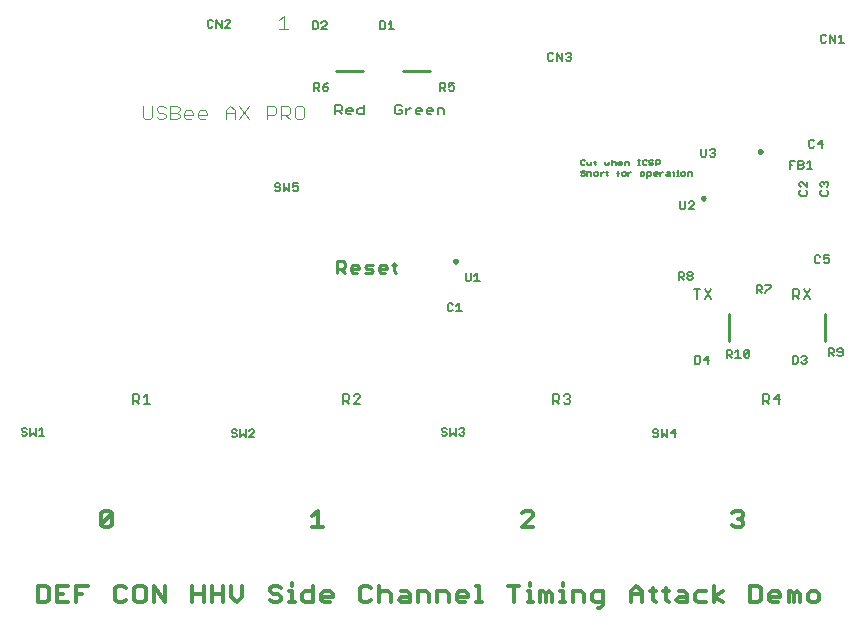
<source format=gto>
G75*
%MOIN*%
%OFA0B0*%
%FSLAX24Y24*%
%IPPOS*%
%LPD*%
%AMOC8*
5,1,8,0,0,1.08239X$1,22.5*
%
%ADD10C,0.0040*%
%ADD11C,0.0060*%
%ADD12C,0.0080*%
%ADD13C,0.0100*%
%ADD14C,0.0050*%
%ADD15C,0.0140*%
D10*
X005147Y017720D02*
X005300Y017720D01*
X005377Y017797D01*
X005377Y018180D01*
X005530Y018104D02*
X005607Y018180D01*
X005761Y018180D01*
X005837Y018104D01*
X005991Y018180D02*
X005991Y017720D01*
X006221Y017720D01*
X006298Y017797D01*
X006298Y017873D01*
X006221Y017950D01*
X005991Y017950D01*
X005837Y017873D02*
X005837Y017797D01*
X005761Y017720D01*
X005607Y017720D01*
X005530Y017797D01*
X005607Y017950D02*
X005761Y017950D01*
X005837Y017873D01*
X005607Y017950D02*
X005530Y018027D01*
X005530Y018104D01*
X005070Y018180D02*
X005070Y017797D01*
X005147Y017720D01*
X005991Y018180D02*
X006221Y018180D01*
X006298Y018104D01*
X006298Y018027D01*
X006221Y017950D01*
X006451Y017950D02*
X006528Y018027D01*
X006681Y018027D01*
X006758Y017950D01*
X006758Y017873D01*
X006451Y017873D01*
X006451Y017797D02*
X006451Y017950D01*
X006451Y017797D02*
X006528Y017720D01*
X006681Y017720D01*
X006912Y017797D02*
X006912Y017950D01*
X006988Y018027D01*
X007142Y018027D01*
X007218Y017950D01*
X007218Y017873D01*
X006912Y017873D01*
X006912Y017797D02*
X006988Y017720D01*
X007142Y017720D01*
X007832Y017720D02*
X007832Y018027D01*
X007986Y018180D01*
X008139Y018027D01*
X008139Y017720D01*
X008293Y017720D02*
X008600Y018180D01*
X008293Y018180D02*
X008600Y017720D01*
X008139Y017950D02*
X007832Y017950D01*
X009214Y017873D02*
X009444Y017873D01*
X009520Y017950D01*
X009520Y018104D01*
X009444Y018180D01*
X009214Y018180D01*
X009214Y017720D01*
X009674Y017720D02*
X009674Y018180D01*
X009904Y018180D01*
X009981Y018104D01*
X009981Y017950D01*
X009904Y017873D01*
X009674Y017873D01*
X009827Y017873D02*
X009981Y017720D01*
X010134Y017797D02*
X010211Y017720D01*
X010365Y017720D01*
X010441Y017797D01*
X010441Y018104D01*
X010365Y018180D01*
X010211Y018180D01*
X010134Y018104D01*
X010134Y017797D01*
X009927Y020720D02*
X009620Y020720D01*
X009773Y020720D02*
X009773Y021180D01*
X009620Y021027D01*
D11*
X010730Y020990D02*
X010730Y020730D01*
X010860Y020730D01*
X010903Y020773D01*
X010903Y020947D01*
X010860Y020990D01*
X010730Y020990D01*
X011025Y020947D02*
X011068Y020990D01*
X011155Y020990D01*
X011198Y020947D01*
X011198Y020903D01*
X011025Y020730D01*
X011198Y020730D01*
X012980Y020730D02*
X013110Y020730D01*
X013153Y020773D01*
X013153Y020947D01*
X013110Y020990D01*
X012980Y020990D01*
X012980Y020730D01*
X013275Y020730D02*
X013448Y020730D01*
X013361Y020730D02*
X013361Y020990D01*
X013275Y020903D01*
X014980Y018940D02*
X015110Y018940D01*
X015153Y018897D01*
X015153Y018810D01*
X015110Y018767D01*
X014980Y018767D01*
X015067Y018767D02*
X015153Y018680D01*
X015275Y018723D02*
X015318Y018680D01*
X015405Y018680D01*
X015448Y018723D01*
X015448Y018810D01*
X015405Y018853D01*
X015361Y018853D01*
X015275Y018810D01*
X015275Y018940D01*
X015448Y018940D01*
X014980Y018940D02*
X014980Y018680D01*
X011248Y018723D02*
X011248Y018767D01*
X011205Y018810D01*
X011075Y018810D01*
X011075Y018723D01*
X011118Y018680D01*
X011205Y018680D01*
X011248Y018723D01*
X011075Y018810D02*
X011161Y018897D01*
X011248Y018940D01*
X010953Y018897D02*
X010953Y018810D01*
X010910Y018767D01*
X010780Y018767D01*
X010867Y018767D02*
X010953Y018680D01*
X010780Y018680D02*
X010780Y018940D01*
X010910Y018940D01*
X010953Y018897D01*
X007993Y020780D02*
X007819Y020780D01*
X007993Y020953D01*
X007993Y020997D01*
X007949Y021040D01*
X007863Y021040D01*
X007819Y020997D01*
X007698Y021040D02*
X007698Y020780D01*
X007525Y021040D01*
X007525Y020780D01*
X007403Y020823D02*
X007360Y020780D01*
X007273Y020780D01*
X007230Y020823D01*
X007230Y020997D01*
X007273Y021040D01*
X007360Y021040D01*
X007403Y020997D01*
X009523Y015590D02*
X009480Y015547D01*
X009480Y015503D01*
X009523Y015460D01*
X009610Y015460D01*
X009653Y015417D01*
X009653Y015373D01*
X009610Y015330D01*
X009523Y015330D01*
X009480Y015373D01*
X009523Y015590D02*
X009610Y015590D01*
X009653Y015547D01*
X009775Y015590D02*
X009775Y015330D01*
X009861Y015417D01*
X009948Y015330D01*
X009948Y015590D01*
X010069Y015590D02*
X010069Y015460D01*
X010156Y015503D01*
X010199Y015503D01*
X010243Y015460D01*
X010243Y015373D01*
X010199Y015330D01*
X010113Y015330D01*
X010069Y015373D01*
X010069Y015590D02*
X010243Y015590D01*
X015830Y012590D02*
X015830Y012373D01*
X015873Y012330D01*
X015960Y012330D01*
X016003Y012373D01*
X016003Y012590D01*
X016125Y012503D02*
X016211Y012590D01*
X016211Y012330D01*
X016125Y012330D02*
X016298Y012330D01*
X015611Y011590D02*
X015611Y011330D01*
X015525Y011330D02*
X015698Y011330D01*
X015525Y011503D02*
X015611Y011590D01*
X015403Y011547D02*
X015360Y011590D01*
X015273Y011590D01*
X015230Y011547D01*
X015230Y011373D01*
X015273Y011330D01*
X015360Y011330D01*
X015403Y011373D01*
X015325Y007440D02*
X015325Y007180D01*
X015411Y007267D01*
X015498Y007180D01*
X015498Y007440D01*
X015619Y007397D02*
X015663Y007440D01*
X015749Y007440D01*
X015793Y007397D01*
X015793Y007353D01*
X015749Y007310D01*
X015793Y007267D01*
X015793Y007223D01*
X015749Y007180D01*
X015663Y007180D01*
X015619Y007223D01*
X015706Y007310D02*
X015749Y007310D01*
X015203Y007267D02*
X015203Y007223D01*
X015160Y007180D01*
X015073Y007180D01*
X015030Y007223D01*
X015073Y007310D02*
X015160Y007310D01*
X015203Y007267D01*
X015203Y007397D02*
X015160Y007440D01*
X015073Y007440D01*
X015030Y007397D01*
X015030Y007353D01*
X015073Y007310D01*
X008793Y007303D02*
X008793Y007347D01*
X008749Y007390D01*
X008663Y007390D01*
X008619Y007347D01*
X008498Y007390D02*
X008498Y007130D01*
X008411Y007217D01*
X008325Y007130D01*
X008325Y007390D01*
X008203Y007347D02*
X008160Y007390D01*
X008073Y007390D01*
X008030Y007347D01*
X008030Y007303D01*
X008073Y007260D01*
X008160Y007260D01*
X008203Y007217D01*
X008203Y007173D01*
X008160Y007130D01*
X008073Y007130D01*
X008030Y007173D01*
X008619Y007130D02*
X008793Y007303D01*
X008793Y007130D02*
X008619Y007130D01*
X001793Y007180D02*
X001619Y007180D01*
X001706Y007180D02*
X001706Y007440D01*
X001619Y007353D01*
X001498Y007440D02*
X001498Y007180D01*
X001411Y007267D01*
X001325Y007180D01*
X001325Y007440D01*
X001203Y007397D02*
X001160Y007440D01*
X001073Y007440D01*
X001030Y007397D01*
X001030Y007353D01*
X001073Y007310D01*
X001160Y007310D01*
X001203Y007267D01*
X001203Y007223D01*
X001160Y007180D01*
X001073Y007180D01*
X001030Y007223D01*
X022080Y007173D02*
X022123Y007130D01*
X022210Y007130D01*
X022253Y007173D01*
X022253Y007217D01*
X022210Y007260D01*
X022123Y007260D01*
X022080Y007303D01*
X022080Y007347D01*
X022123Y007390D01*
X022210Y007390D01*
X022253Y007347D01*
X022375Y007390D02*
X022375Y007130D01*
X022461Y007217D01*
X022548Y007130D01*
X022548Y007390D01*
X022669Y007260D02*
X022843Y007260D01*
X022799Y007130D02*
X022799Y007390D01*
X022669Y007260D01*
X023480Y009580D02*
X023610Y009580D01*
X023653Y009623D01*
X023653Y009797D01*
X023610Y009840D01*
X023480Y009840D01*
X023480Y009580D01*
X023775Y009710D02*
X023905Y009840D01*
X023905Y009580D01*
X023948Y009710D02*
X023775Y009710D01*
X024530Y009780D02*
X024530Y010040D01*
X024660Y010040D01*
X024703Y009997D01*
X024703Y009910D01*
X024660Y009867D01*
X024530Y009867D01*
X024617Y009867D02*
X024703Y009780D01*
X024825Y009780D02*
X024998Y009780D01*
X024911Y009780D02*
X024911Y010040D01*
X024825Y009953D01*
X025119Y009997D02*
X025119Y009823D01*
X025293Y009997D01*
X025293Y009823D01*
X025249Y009780D01*
X025163Y009780D01*
X025119Y009823D01*
X025119Y009997D02*
X025163Y010040D01*
X025249Y010040D01*
X025293Y009997D01*
X026730Y009840D02*
X026730Y009580D01*
X026860Y009580D01*
X026903Y009623D01*
X026903Y009797D01*
X026860Y009840D01*
X026730Y009840D01*
X027025Y009797D02*
X027068Y009840D01*
X027155Y009840D01*
X027198Y009797D01*
X027198Y009753D01*
X027155Y009710D01*
X027198Y009667D01*
X027198Y009623D01*
X027155Y009580D01*
X027068Y009580D01*
X027025Y009623D01*
X027111Y009710D02*
X027155Y009710D01*
X027930Y009830D02*
X027930Y010090D01*
X028060Y010090D01*
X028103Y010047D01*
X028103Y009960D01*
X028060Y009917D01*
X027930Y009917D01*
X028017Y009917D02*
X028103Y009830D01*
X028225Y009873D02*
X028268Y009830D01*
X028355Y009830D01*
X028398Y009873D01*
X028398Y010047D01*
X028355Y010090D01*
X028268Y010090D01*
X028225Y010047D01*
X028225Y010003D01*
X028268Y009960D01*
X028398Y009960D01*
X025825Y011930D02*
X025825Y011973D01*
X025998Y012147D01*
X025998Y012190D01*
X025825Y012190D01*
X025703Y012147D02*
X025660Y012190D01*
X025530Y012190D01*
X025530Y011930D01*
X025530Y012017D02*
X025660Y012017D01*
X025703Y012060D01*
X025703Y012147D01*
X025617Y012017D02*
X025703Y011930D01*
X027480Y012973D02*
X027523Y012930D01*
X027610Y012930D01*
X027653Y012973D01*
X027775Y012973D02*
X027818Y012930D01*
X027905Y012930D01*
X027948Y012973D01*
X027948Y013060D01*
X027905Y013103D01*
X027861Y013103D01*
X027775Y013060D01*
X027775Y013190D01*
X027948Y013190D01*
X027653Y013147D02*
X027610Y013190D01*
X027523Y013190D01*
X027480Y013147D01*
X027480Y012973D01*
X027703Y015180D02*
X027877Y015180D01*
X027920Y015223D01*
X027920Y015310D01*
X027877Y015353D01*
X027877Y015475D02*
X027920Y015518D01*
X027920Y015605D01*
X027877Y015648D01*
X027833Y015648D01*
X027790Y015605D01*
X027790Y015561D01*
X027790Y015605D02*
X027747Y015648D01*
X027703Y015648D01*
X027660Y015605D01*
X027660Y015518D01*
X027703Y015475D01*
X027703Y015353D02*
X027660Y015310D01*
X027660Y015223D01*
X027703Y015180D01*
X027220Y015223D02*
X027220Y015310D01*
X027177Y015353D01*
X027220Y015475D02*
X027047Y015648D01*
X027003Y015648D01*
X026960Y015605D01*
X026960Y015518D01*
X027003Y015475D01*
X027003Y015353D02*
X026960Y015310D01*
X026960Y015223D01*
X027003Y015180D01*
X027177Y015180D01*
X027220Y015223D01*
X027220Y015475D02*
X027220Y015648D01*
X027219Y016080D02*
X027393Y016080D01*
X027306Y016080D02*
X027306Y016340D01*
X027219Y016253D01*
X027098Y016253D02*
X027055Y016210D01*
X026925Y016210D01*
X027055Y016210D02*
X027098Y016167D01*
X027098Y016123D01*
X027055Y016080D01*
X026925Y016080D01*
X026925Y016340D01*
X027055Y016340D01*
X027098Y016297D01*
X027098Y016253D01*
X026803Y016340D02*
X026630Y016340D01*
X026630Y016080D01*
X026630Y016210D02*
X026717Y016210D01*
X027323Y016780D02*
X027410Y016780D01*
X027453Y016823D01*
X027323Y016780D02*
X027280Y016823D01*
X027280Y016997D01*
X027323Y017040D01*
X027410Y017040D01*
X027453Y016997D01*
X027575Y016910D02*
X027748Y016910D01*
X027705Y016780D02*
X027705Y017040D01*
X027575Y016910D01*
X024148Y016697D02*
X024148Y016653D01*
X024105Y016610D01*
X024148Y016567D01*
X024148Y016523D01*
X024105Y016480D01*
X024018Y016480D01*
X023975Y016523D01*
X023853Y016523D02*
X023853Y016740D01*
X023975Y016697D02*
X024018Y016740D01*
X024105Y016740D01*
X024148Y016697D01*
X024105Y016610D02*
X024061Y016610D01*
X023853Y016523D02*
X023810Y016480D01*
X023723Y016480D01*
X023680Y016523D01*
X023680Y016740D01*
X023405Y014990D02*
X023318Y014990D01*
X023275Y014947D01*
X023153Y014990D02*
X023153Y014773D01*
X023110Y014730D01*
X023023Y014730D01*
X022980Y014773D01*
X022980Y014990D01*
X023275Y014730D02*
X023448Y014903D01*
X023448Y014947D01*
X023405Y014990D01*
X023448Y014730D02*
X023275Y014730D01*
X023268Y012640D02*
X023355Y012640D01*
X023398Y012597D01*
X023398Y012553D01*
X023355Y012510D01*
X023268Y012510D01*
X023225Y012553D01*
X023225Y012597D01*
X023268Y012640D01*
X023268Y012510D02*
X023225Y012467D01*
X023225Y012423D01*
X023268Y012380D01*
X023355Y012380D01*
X023398Y012423D01*
X023398Y012467D01*
X023355Y012510D01*
X023103Y012510D02*
X023060Y012467D01*
X022930Y012467D01*
X023017Y012467D02*
X023103Y012380D01*
X023103Y012510D02*
X023103Y012597D01*
X023060Y012640D01*
X022930Y012640D01*
X022930Y012380D01*
X019299Y019680D02*
X019213Y019680D01*
X019169Y019723D01*
X019256Y019810D02*
X019299Y019810D01*
X019343Y019767D01*
X019343Y019723D01*
X019299Y019680D01*
X019299Y019810D02*
X019343Y019853D01*
X019343Y019897D01*
X019299Y019940D01*
X019213Y019940D01*
X019169Y019897D01*
X019048Y019940D02*
X019048Y019680D01*
X018875Y019940D01*
X018875Y019680D01*
X018753Y019723D02*
X018710Y019680D01*
X018623Y019680D01*
X018580Y019723D01*
X018580Y019897D01*
X018623Y019940D01*
X018710Y019940D01*
X018753Y019897D01*
X027680Y020323D02*
X027723Y020280D01*
X027810Y020280D01*
X027853Y020323D01*
X027975Y020280D02*
X027975Y020540D01*
X028148Y020280D01*
X028148Y020540D01*
X028269Y020453D02*
X028356Y020540D01*
X028356Y020280D01*
X028269Y020280D02*
X028443Y020280D01*
X027853Y020497D02*
X027810Y020540D01*
X027723Y020540D01*
X027680Y020497D01*
X027680Y020323D01*
D12*
X015115Y018050D02*
X015115Y017890D01*
X015115Y018050D02*
X015062Y018104D01*
X014902Y018104D01*
X014902Y017890D01*
X014747Y017997D02*
X014534Y017997D01*
X014534Y018050D02*
X014587Y018104D01*
X014694Y018104D01*
X014747Y018050D01*
X014747Y017997D01*
X014694Y017890D02*
X014587Y017890D01*
X014534Y017943D01*
X014534Y018050D01*
X014379Y018050D02*
X014379Y017997D01*
X014165Y017997D01*
X014165Y018050D02*
X014219Y018104D01*
X014325Y018104D01*
X014379Y018050D01*
X014325Y017890D02*
X014219Y017890D01*
X014165Y017943D01*
X014165Y018050D01*
X014018Y018104D02*
X013965Y018104D01*
X013858Y017997D01*
X013858Y017890D02*
X013858Y018104D01*
X013704Y018157D02*
X013650Y018210D01*
X013543Y018210D01*
X013490Y018157D01*
X013490Y017943D01*
X013543Y017890D01*
X013650Y017890D01*
X013704Y017943D01*
X013704Y018050D01*
X013597Y018050D01*
X012440Y018104D02*
X012280Y018104D01*
X012227Y018050D01*
X012227Y017943D01*
X012280Y017890D01*
X012440Y017890D01*
X012440Y018210D01*
X012072Y018050D02*
X012072Y017997D01*
X011858Y017997D01*
X011858Y018050D02*
X011912Y018104D01*
X012018Y018104D01*
X012072Y018050D01*
X012018Y017890D02*
X011912Y017890D01*
X011858Y017943D01*
X011858Y018050D01*
X011704Y018050D02*
X011650Y017997D01*
X011490Y017997D01*
X011597Y017997D02*
X011704Y017890D01*
X011704Y018050D02*
X011704Y018157D01*
X011650Y018210D01*
X011490Y018210D01*
X011490Y017890D01*
X023440Y012060D02*
X023654Y012060D01*
X023547Y012060D02*
X023547Y011740D01*
X023808Y011740D02*
X024022Y012060D01*
X023808Y012060D02*
X024022Y011740D01*
X026740Y011740D02*
X026740Y012060D01*
X026900Y012060D01*
X026954Y012007D01*
X026954Y011900D01*
X026900Y011847D01*
X026740Y011847D01*
X026847Y011847D02*
X026954Y011740D01*
X027108Y011740D02*
X027322Y012060D01*
X027108Y012060D02*
X027322Y011740D01*
X026268Y008560D02*
X026108Y008400D01*
X026322Y008400D01*
X026268Y008240D02*
X026268Y008560D01*
X025954Y008507D02*
X025954Y008400D01*
X025900Y008347D01*
X025740Y008347D01*
X025847Y008347D02*
X025954Y008240D01*
X025740Y008240D02*
X025740Y008560D01*
X025900Y008560D01*
X025954Y008507D01*
X019322Y008507D02*
X019322Y008454D01*
X019268Y008400D01*
X019322Y008347D01*
X019322Y008293D01*
X019268Y008240D01*
X019162Y008240D01*
X019108Y008293D01*
X019215Y008400D02*
X019268Y008400D01*
X019322Y008507D02*
X019268Y008560D01*
X019162Y008560D01*
X019108Y008507D01*
X018954Y008507D02*
X018954Y008400D01*
X018900Y008347D01*
X018740Y008347D01*
X018847Y008347D02*
X018954Y008240D01*
X018740Y008240D02*
X018740Y008560D01*
X018900Y008560D01*
X018954Y008507D01*
X012322Y008507D02*
X012268Y008560D01*
X012162Y008560D01*
X012108Y008507D01*
X011954Y008507D02*
X011954Y008400D01*
X011900Y008347D01*
X011740Y008347D01*
X011847Y008347D02*
X011954Y008240D01*
X012108Y008240D02*
X012322Y008454D01*
X012322Y008507D01*
X012322Y008240D02*
X012108Y008240D01*
X011954Y008507D02*
X011900Y008560D01*
X011740Y008560D01*
X011740Y008240D01*
X005322Y008240D02*
X005108Y008240D01*
X005215Y008240D02*
X005215Y008560D01*
X005108Y008454D01*
X004954Y008507D02*
X004954Y008400D01*
X004900Y008347D01*
X004740Y008347D01*
X004847Y008347D02*
X004954Y008240D01*
X004740Y008240D02*
X004740Y008560D01*
X004900Y008560D01*
X004954Y008507D01*
D13*
X011550Y012600D02*
X011550Y013000D01*
X011750Y013000D01*
X011817Y012934D01*
X011817Y012800D01*
X011750Y012733D01*
X011550Y012733D01*
X011683Y012733D02*
X011817Y012600D01*
X012010Y012667D02*
X012010Y012800D01*
X012077Y012867D01*
X012211Y012867D01*
X012277Y012800D01*
X012277Y012733D01*
X012010Y012733D01*
X012010Y012667D02*
X012077Y012600D01*
X012211Y012600D01*
X012471Y012600D02*
X012671Y012600D01*
X012738Y012667D01*
X012671Y012733D01*
X012538Y012733D01*
X012471Y012800D01*
X012538Y012867D01*
X012738Y012867D01*
X012931Y012800D02*
X012998Y012867D01*
X013131Y012867D01*
X013198Y012800D01*
X013198Y012733D01*
X012931Y012733D01*
X012931Y012667D02*
X012931Y012800D01*
X012931Y012667D02*
X012998Y012600D01*
X013131Y012600D01*
X013458Y012667D02*
X013525Y012600D01*
X013458Y012667D02*
X013458Y012934D01*
X013392Y012867D02*
X013525Y012867D01*
X015450Y013000D02*
X015452Y013013D01*
X015457Y013026D01*
X015466Y013037D01*
X015477Y013044D01*
X015490Y013049D01*
X015503Y013050D01*
X015517Y013047D01*
X015529Y013041D01*
X015539Y013032D01*
X015546Y013020D01*
X015550Y013007D01*
X015550Y012993D01*
X015546Y012980D01*
X015539Y012968D01*
X015529Y012959D01*
X015517Y012953D01*
X015503Y012950D01*
X015490Y012951D01*
X015477Y012956D01*
X015466Y012963D01*
X015457Y012974D01*
X015452Y012987D01*
X015450Y013000D01*
X023700Y015100D02*
X023702Y015113D01*
X023707Y015126D01*
X023716Y015137D01*
X023727Y015144D01*
X023740Y015149D01*
X023753Y015150D01*
X023767Y015147D01*
X023779Y015141D01*
X023789Y015132D01*
X023796Y015120D01*
X023800Y015107D01*
X023800Y015093D01*
X023796Y015080D01*
X023789Y015068D01*
X023779Y015059D01*
X023767Y015053D01*
X023753Y015050D01*
X023740Y015051D01*
X023727Y015056D01*
X023716Y015063D01*
X023707Y015074D01*
X023702Y015087D01*
X023700Y015100D01*
X025600Y016650D02*
X025602Y016663D01*
X025607Y016676D01*
X025616Y016687D01*
X025627Y016694D01*
X025640Y016699D01*
X025653Y016700D01*
X025667Y016697D01*
X025679Y016691D01*
X025689Y016682D01*
X025696Y016670D01*
X025700Y016657D01*
X025700Y016643D01*
X025696Y016630D01*
X025689Y016618D01*
X025679Y016609D01*
X025667Y016603D01*
X025653Y016600D01*
X025640Y016601D01*
X025627Y016606D01*
X025616Y016613D01*
X025607Y016624D01*
X025602Y016637D01*
X025600Y016650D01*
X024600Y011250D02*
X024600Y010350D01*
X027800Y010350D02*
X027800Y011250D01*
X014650Y019350D02*
X013750Y019350D01*
X012400Y019350D02*
X011500Y019350D01*
D14*
X019675Y016343D02*
X019675Y016217D01*
X019707Y016185D01*
X019770Y016185D01*
X019802Y016217D01*
X019896Y016217D02*
X019928Y016185D01*
X020023Y016185D01*
X020023Y016312D01*
X020117Y016312D02*
X020180Y016312D01*
X020149Y016343D02*
X020149Y016217D01*
X020180Y016185D01*
X020149Y015952D02*
X020117Y015920D01*
X020117Y015857D01*
X020149Y015825D01*
X020212Y015825D01*
X020244Y015857D01*
X020244Y015920D01*
X020212Y015952D01*
X020149Y015952D01*
X020023Y015920D02*
X019991Y015952D01*
X019928Y015952D01*
X019896Y015920D01*
X019896Y016015D02*
X019896Y015825D01*
X019802Y015857D02*
X019770Y015825D01*
X019707Y015825D01*
X019675Y015857D01*
X019707Y015920D02*
X019770Y015920D01*
X019802Y015888D01*
X019802Y015857D01*
X019707Y015920D02*
X019675Y015952D01*
X019675Y015983D01*
X019707Y016015D01*
X019770Y016015D01*
X019802Y015983D01*
X020023Y015920D02*
X020023Y015825D01*
X020338Y015825D02*
X020338Y015952D01*
X020401Y015952D02*
X020433Y015952D01*
X020401Y015952D02*
X020338Y015888D01*
X020522Y015952D02*
X020586Y015952D01*
X020554Y015983D02*
X020554Y015857D01*
X020586Y015825D01*
X020890Y015920D02*
X020954Y015920D01*
X020922Y015983D02*
X020922Y015825D01*
X021038Y015857D02*
X021069Y015825D01*
X021133Y015825D01*
X021165Y015857D01*
X021165Y015920D01*
X021133Y015952D01*
X021069Y015952D01*
X021038Y015920D01*
X021038Y015857D01*
X020922Y015983D02*
X020954Y016015D01*
X020959Y016185D02*
X020927Y016217D01*
X020927Y016280D01*
X020959Y016312D01*
X021022Y016312D01*
X021054Y016280D01*
X021054Y016248D01*
X020927Y016248D01*
X020959Y016185D02*
X021022Y016185D01*
X021148Y016185D02*
X021148Y016312D01*
X021243Y016312D01*
X021275Y016280D01*
X021275Y016185D01*
X021259Y015952D02*
X021259Y015825D01*
X021259Y015888D02*
X021322Y015952D01*
X021354Y015952D01*
X021664Y015920D02*
X021664Y015857D01*
X021696Y015825D01*
X021759Y015825D01*
X021791Y015857D01*
X021791Y015920D01*
X021759Y015952D01*
X021696Y015952D01*
X021664Y015920D01*
X021885Y015952D02*
X021980Y015952D01*
X022012Y015920D01*
X022012Y015857D01*
X021980Y015825D01*
X021885Y015825D01*
X021885Y015762D02*
X021885Y015952D01*
X022106Y015920D02*
X022138Y015952D01*
X022201Y015952D01*
X022233Y015920D01*
X022233Y015888D01*
X022106Y015888D01*
X022106Y015857D02*
X022106Y015920D01*
X022106Y015857D02*
X022138Y015825D01*
X022201Y015825D01*
X022327Y015825D02*
X022327Y015952D01*
X022390Y015952D02*
X022422Y015952D01*
X022390Y015952D02*
X022327Y015888D01*
X022511Y015857D02*
X022543Y015888D01*
X022638Y015888D01*
X022638Y015920D02*
X022638Y015825D01*
X022543Y015825D01*
X022511Y015857D01*
X022543Y015952D02*
X022606Y015952D01*
X022638Y015920D01*
X022732Y015952D02*
X022795Y015952D01*
X022764Y015983D02*
X022764Y015857D01*
X022795Y015825D01*
X022879Y015825D02*
X022943Y015825D01*
X022911Y015825D02*
X022911Y015952D01*
X022879Y015952D01*
X022911Y016015D02*
X022911Y016047D01*
X023027Y015920D02*
X023058Y015952D01*
X023122Y015952D01*
X023153Y015920D01*
X023153Y015857D01*
X023122Y015825D01*
X023058Y015825D01*
X023027Y015857D01*
X023027Y015920D01*
X023248Y015952D02*
X023343Y015952D01*
X023374Y015920D01*
X023374Y015825D01*
X023248Y015825D02*
X023248Y015952D01*
X022306Y016280D02*
X022275Y016248D01*
X022180Y016248D01*
X022180Y016185D02*
X022180Y016375D01*
X022275Y016375D01*
X022306Y016343D01*
X022306Y016280D01*
X022085Y016248D02*
X022085Y016217D01*
X022054Y016185D01*
X021990Y016185D01*
X021959Y016217D01*
X021990Y016280D02*
X022054Y016280D01*
X022085Y016248D01*
X022085Y016343D02*
X022054Y016375D01*
X021990Y016375D01*
X021959Y016343D01*
X021959Y016312D01*
X021990Y016280D01*
X021864Y016217D02*
X021833Y016185D01*
X021769Y016185D01*
X021738Y016217D01*
X021738Y016343D01*
X021769Y016375D01*
X021833Y016375D01*
X021864Y016343D01*
X021654Y016375D02*
X021590Y016375D01*
X021622Y016375D02*
X021622Y016185D01*
X021590Y016185D02*
X021654Y016185D01*
X020833Y016185D02*
X020833Y016280D01*
X020801Y016312D01*
X020738Y016312D01*
X020706Y016280D01*
X020706Y016375D02*
X020706Y016185D01*
X020612Y016217D02*
X020612Y016312D01*
X020612Y016217D02*
X020580Y016185D01*
X020549Y016217D01*
X020517Y016185D01*
X020485Y016217D01*
X020485Y016312D01*
X019896Y016312D02*
X019896Y016217D01*
X019802Y016343D02*
X019770Y016375D01*
X019707Y016375D01*
X019675Y016343D01*
D15*
X001850Y001620D02*
X001570Y001620D01*
X001570Y002180D01*
X001850Y002180D01*
X001944Y002087D01*
X001944Y001713D01*
X001850Y001620D01*
X002215Y001620D02*
X002588Y001620D01*
X002859Y001620D02*
X002859Y002180D01*
X003233Y002180D01*
X003046Y001900D02*
X002859Y001900D01*
X002588Y002180D02*
X002215Y002180D01*
X002215Y001620D01*
X002215Y001900D02*
X002401Y001900D01*
X004148Y001713D02*
X004242Y001620D01*
X004428Y001620D01*
X004522Y001713D01*
X004793Y001713D02*
X004886Y001620D01*
X005073Y001620D01*
X005166Y001713D01*
X005166Y002087D01*
X005073Y002180D01*
X004886Y002180D01*
X004793Y002087D01*
X004793Y001713D01*
X004148Y001713D02*
X004148Y002087D01*
X004242Y002180D01*
X004428Y002180D01*
X004522Y002087D01*
X005437Y002180D02*
X005437Y001620D01*
X005811Y001620D02*
X005811Y002180D01*
X005437Y002180D02*
X005811Y001620D01*
X006726Y001620D02*
X006726Y002180D01*
X006726Y001900D02*
X007100Y001900D01*
X007371Y001900D02*
X007745Y001900D01*
X007745Y002180D02*
X007745Y001620D01*
X008015Y001807D02*
X008202Y001620D01*
X008389Y001807D01*
X008389Y002180D01*
X008015Y002180D02*
X008015Y001807D01*
X007371Y001620D02*
X007371Y002180D01*
X007100Y002180D02*
X007100Y001620D01*
X009305Y001713D02*
X009398Y001620D01*
X009585Y001620D01*
X009678Y001713D01*
X009678Y001807D01*
X009585Y001900D01*
X009398Y001900D01*
X009305Y001994D01*
X009305Y002087D01*
X009398Y002180D01*
X009585Y002180D01*
X009678Y002087D01*
X009949Y001994D02*
X010043Y001994D01*
X010043Y001620D01*
X010136Y001620D02*
X009949Y001620D01*
X010379Y001713D02*
X010379Y001900D01*
X010472Y001994D01*
X010752Y001994D01*
X010752Y002180D02*
X010752Y001620D01*
X010472Y001620D01*
X010379Y001713D01*
X011023Y001713D02*
X011023Y001900D01*
X011117Y001994D01*
X011304Y001994D01*
X011397Y001900D01*
X011397Y001807D01*
X011023Y001807D01*
X011023Y001713D02*
X011117Y001620D01*
X011304Y001620D01*
X012312Y001713D02*
X012312Y002087D01*
X012406Y002180D01*
X012593Y002180D01*
X012686Y002087D01*
X012957Y002180D02*
X012957Y001620D01*
X012957Y001900D02*
X013050Y001994D01*
X013237Y001994D01*
X013331Y001900D01*
X013331Y001620D01*
X013602Y001713D02*
X013695Y001807D01*
X013975Y001807D01*
X013975Y001900D02*
X013975Y001620D01*
X013695Y001620D01*
X013602Y001713D01*
X013882Y001994D02*
X013975Y001900D01*
X013882Y001994D02*
X013695Y001994D01*
X014246Y001994D02*
X014526Y001994D01*
X014620Y001900D01*
X014620Y001620D01*
X014891Y001620D02*
X014891Y001994D01*
X015171Y001994D01*
X015264Y001900D01*
X015264Y001620D01*
X015535Y001713D02*
X015535Y001900D01*
X015629Y001994D01*
X015815Y001994D01*
X015909Y001900D01*
X015909Y001807D01*
X015535Y001807D01*
X015535Y001713D02*
X015629Y001620D01*
X015815Y001620D01*
X016180Y001620D02*
X016367Y001620D01*
X016273Y001620D02*
X016273Y002180D01*
X016180Y002180D01*
X017254Y002180D02*
X017628Y002180D01*
X017441Y002180D02*
X017441Y001620D01*
X017899Y001620D02*
X018085Y001620D01*
X017992Y001620D02*
X017992Y001994D01*
X017899Y001994D01*
X017992Y002180D02*
X017992Y002274D01*
X018328Y001994D02*
X018422Y001994D01*
X018515Y001900D01*
X018609Y001994D01*
X018702Y001900D01*
X018702Y001620D01*
X018515Y001620D02*
X018515Y001900D01*
X018328Y001994D02*
X018328Y001620D01*
X018973Y001620D02*
X019160Y001620D01*
X019066Y001620D02*
X019066Y001994D01*
X018973Y001994D01*
X019066Y002180D02*
X019066Y002274D01*
X019403Y001994D02*
X019683Y001994D01*
X019776Y001900D01*
X019776Y001620D01*
X020047Y001713D02*
X020047Y001900D01*
X020141Y001994D01*
X020421Y001994D01*
X020421Y001527D01*
X020327Y001433D01*
X020234Y001433D01*
X020141Y001620D02*
X020421Y001620D01*
X020141Y001620D02*
X020047Y001713D01*
X019403Y001620D02*
X019403Y001994D01*
X021336Y001994D02*
X021336Y001620D01*
X021336Y001900D02*
X021710Y001900D01*
X021710Y001994D02*
X021710Y001620D01*
X022074Y001713D02*
X022168Y001620D01*
X022074Y001713D02*
X022074Y002087D01*
X021981Y001994D02*
X022168Y001994D01*
X022410Y001994D02*
X022597Y001994D01*
X022504Y002087D02*
X022504Y001713D01*
X022597Y001620D01*
X022840Y001713D02*
X022934Y001807D01*
X023214Y001807D01*
X023214Y001900D02*
X023214Y001620D01*
X022934Y001620D01*
X022840Y001713D01*
X023120Y001994D02*
X023214Y001900D01*
X023120Y001994D02*
X022934Y001994D01*
X023485Y001900D02*
X023485Y001713D01*
X023578Y001620D01*
X023858Y001620D01*
X024129Y001620D02*
X024129Y002180D01*
X023858Y001994D02*
X023578Y001994D01*
X023485Y001900D01*
X024129Y001807D02*
X024409Y001994D01*
X024129Y001807D02*
X024409Y001620D01*
X025311Y001620D02*
X025311Y002180D01*
X025591Y002180D01*
X025685Y002087D01*
X025685Y001713D01*
X025591Y001620D01*
X025311Y001620D01*
X025955Y001713D02*
X025955Y001900D01*
X026049Y001994D01*
X026236Y001994D01*
X026329Y001900D01*
X026329Y001807D01*
X025955Y001807D01*
X025955Y001713D02*
X026049Y001620D01*
X026236Y001620D01*
X026600Y001620D02*
X026600Y001994D01*
X026693Y001994D01*
X026787Y001900D01*
X026880Y001994D01*
X026974Y001900D01*
X026974Y001620D01*
X026787Y001620D02*
X026787Y001900D01*
X027245Y001900D02*
X027245Y001713D01*
X027338Y001620D01*
X027525Y001620D01*
X027618Y001713D01*
X027618Y001900D01*
X027525Y001994D01*
X027338Y001994D01*
X027245Y001900D01*
X025000Y004120D02*
X024813Y004120D01*
X024720Y004213D01*
X024907Y004400D02*
X025000Y004400D01*
X025094Y004307D01*
X025094Y004213D01*
X025000Y004120D01*
X025000Y004400D02*
X025094Y004494D01*
X025094Y004587D01*
X025000Y004680D01*
X024813Y004680D01*
X024720Y004587D01*
X021710Y001994D02*
X021523Y002180D01*
X021336Y001994D01*
X018094Y004120D02*
X017720Y004120D01*
X018094Y004494D01*
X018094Y004587D01*
X018000Y004680D01*
X017813Y004680D01*
X017720Y004587D01*
X014246Y001994D02*
X014246Y001620D01*
X012686Y001713D02*
X012593Y001620D01*
X012406Y001620D01*
X012312Y001713D01*
X010043Y002180D02*
X010043Y002274D01*
X010720Y004120D02*
X011094Y004120D01*
X010907Y004120D02*
X010907Y004680D01*
X010720Y004494D01*
X004044Y004587D02*
X004044Y004213D01*
X003950Y004120D01*
X003763Y004120D01*
X003670Y004213D01*
X004044Y004587D01*
X003950Y004680D01*
X003763Y004680D01*
X003670Y004587D01*
X003670Y004213D01*
M02*

</source>
